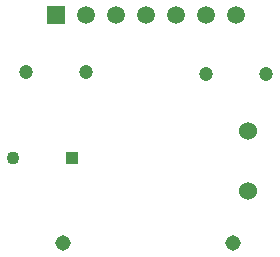
<source format=gbl>
G04 Layer_Physical_Order=2*
G04 Layer_Color=16711680*
%FSLAX44Y44*%
%MOMM*%
G71*
G01*
G75*
%ADD14C,1.3080*%
%ADD15C,1.2000*%
%ADD16C,1.5240*%
%ADD17C,1.1000*%
%ADD18R,1.1000X1.1000*%
%ADD19C,1.5000*%
%ADD20R,1.5000X1.5000*%
D14*
X1162050Y911860D02*
D03*
X1017950D02*
D03*
D15*
X1189990Y1055370D02*
D03*
X1139190D02*
D03*
X986790Y1056640D02*
D03*
X1037590D02*
D03*
D16*
X1174750Y956310D02*
D03*
Y1007110D02*
D03*
D17*
X975760Y984250D02*
D03*
D18*
X1025760D02*
D03*
D19*
X1062990Y1104900D02*
D03*
X1037590D02*
D03*
X1088390D02*
D03*
X1113790D02*
D03*
X1139190D02*
D03*
X1164590D02*
D03*
D20*
X1012190D02*
D03*
M02*

</source>
